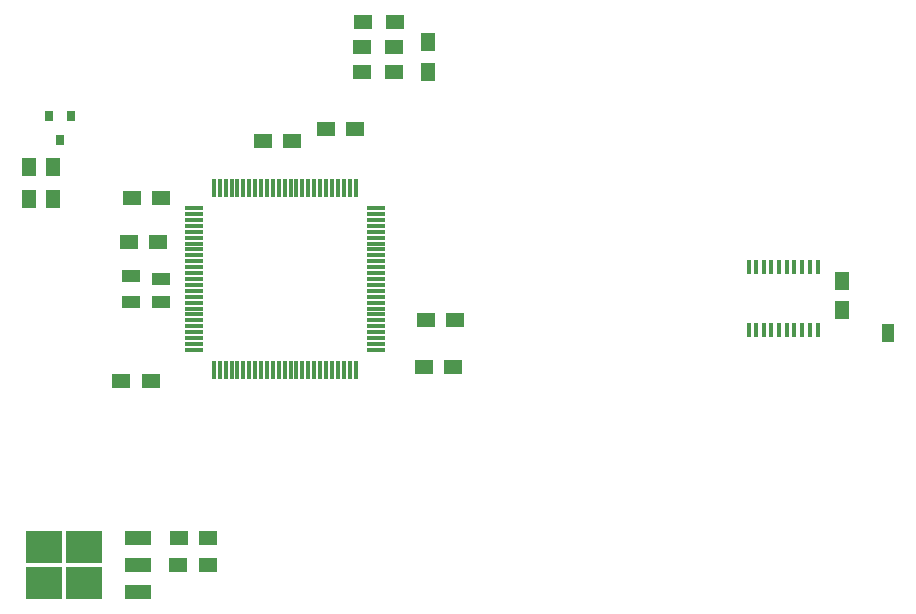
<source format=gtp>
G04 #@! TF.FileFunction,Paste,Top*
%FSLAX46Y46*%
G04 Gerber Fmt 4.6, Leading zero omitted, Abs format (unit mm)*
G04 Created by KiCad (PCBNEW 4.0.6) date 07/29/17 07:53:43*
%MOMM*%
%LPD*%
G01*
G04 APERTURE LIST*
%ADD10C,0.100000*%
%ADD11R,1.500000X0.300000*%
%ADD12R,0.300000X1.500000*%
%ADD13R,2.200000X1.200000*%
%ADD14R,3.050000X2.750000*%
%ADD15R,1.500000X1.250000*%
%ADD16R,0.800000X0.900000*%
%ADD17R,1.300000X1.500000*%
%ADD18R,0.406400X1.270000*%
%ADD19R,1.500000X1.300000*%
%ADD20R,1.250000X1.500000*%
%ADD21R,1.000000X1.500000*%
%ADD22R,1.500000X1.000000*%
G04 APERTURE END LIST*
D10*
D11*
X67597000Y-131064000D03*
X67597000Y-130564000D03*
X67597000Y-130064000D03*
X67597000Y-129564000D03*
X67597000Y-129064000D03*
X67597000Y-128564000D03*
X67597000Y-128064000D03*
X67597000Y-127564000D03*
X67597000Y-127064000D03*
X67597000Y-126564000D03*
X67597000Y-126064000D03*
X67597000Y-125564000D03*
X67597000Y-125064000D03*
X67597000Y-124564000D03*
X67597000Y-124064000D03*
X67597000Y-123564000D03*
X67597000Y-123064000D03*
X67597000Y-122564000D03*
X67597000Y-122064000D03*
X67597000Y-121564000D03*
X67597000Y-121064000D03*
X67597000Y-120564000D03*
X67597000Y-120064000D03*
X67597000Y-119564000D03*
X67597000Y-119064000D03*
D12*
X65897000Y-117364000D03*
X65397000Y-117364000D03*
X64897000Y-117364000D03*
X64397000Y-117364000D03*
X63897000Y-117364000D03*
X63397000Y-117364000D03*
X62897000Y-117364000D03*
X62397000Y-117364000D03*
X61897000Y-117364000D03*
X61397000Y-117364000D03*
X60897000Y-117364000D03*
X60397000Y-117364000D03*
X59897000Y-117364000D03*
X59397000Y-117364000D03*
X58897000Y-117364000D03*
X58397000Y-117364000D03*
X57897000Y-117364000D03*
X57397000Y-117364000D03*
X56897000Y-117364000D03*
X56397000Y-117364000D03*
X55897000Y-117364000D03*
X55397000Y-117364000D03*
X54897000Y-117364000D03*
X54397000Y-117364000D03*
X53897000Y-117364000D03*
D11*
X52197000Y-119064000D03*
X52197000Y-119564000D03*
X52197000Y-120064000D03*
X52197000Y-120564000D03*
X52197000Y-121064000D03*
X52197000Y-121564000D03*
X52197000Y-122064000D03*
X52197000Y-122564000D03*
X52197000Y-123064000D03*
X52197000Y-123564000D03*
X52197000Y-124064000D03*
X52197000Y-124564000D03*
X52197000Y-125064000D03*
X52197000Y-125564000D03*
X52197000Y-126064000D03*
X52197000Y-126564000D03*
X52197000Y-127064000D03*
X52197000Y-127564000D03*
X52197000Y-128064000D03*
X52197000Y-128564000D03*
X52197000Y-129064000D03*
X52197000Y-129564000D03*
X52197000Y-130064000D03*
X52197000Y-130564000D03*
X52197000Y-131064000D03*
D12*
X53897000Y-132764000D03*
X54397000Y-132764000D03*
X54897000Y-132764000D03*
X55397000Y-132764000D03*
X55897000Y-132764000D03*
X56397000Y-132764000D03*
X56897000Y-132764000D03*
X57397000Y-132764000D03*
X57897000Y-132764000D03*
X58397000Y-132764000D03*
X58897000Y-132764000D03*
X59397000Y-132764000D03*
X59897000Y-132764000D03*
X60397000Y-132764000D03*
X60897000Y-132764000D03*
X61397000Y-132764000D03*
X61897000Y-132764000D03*
X62397000Y-132764000D03*
X62897000Y-132764000D03*
X63397000Y-132764000D03*
X63897000Y-132764000D03*
X64397000Y-132764000D03*
X64897000Y-132764000D03*
X65397000Y-132764000D03*
X65897000Y-132764000D03*
D13*
X47498000Y-151568500D03*
X47498000Y-149288500D03*
X47498000Y-147008500D03*
D14*
X39523000Y-147763500D03*
X42873000Y-150813500D03*
X39523000Y-150813500D03*
X42873000Y-147763500D03*
D15*
X49212500Y-121920000D03*
X46712500Y-121920000D03*
X46057500Y-133687500D03*
X48557500Y-133687500D03*
D16*
X41844000Y-111268000D03*
X39944000Y-111268000D03*
X40894000Y-113268000D03*
D17*
X40322500Y-115570000D03*
X40322500Y-118270000D03*
X38290500Y-118270000D03*
X38290500Y-115570000D03*
D18*
X105016300Y-124015500D03*
X104381300Y-124015500D03*
X103720900Y-124015500D03*
X103060500Y-124015500D03*
X102425500Y-124015500D03*
X101765100Y-124015500D03*
X101104700Y-124015500D03*
X100469700Y-124015500D03*
X99809300Y-124015500D03*
X99174300Y-124015500D03*
X99174300Y-129349500D03*
X99809300Y-129349500D03*
X100469700Y-129349500D03*
X101104700Y-129349500D03*
X101765100Y-129349500D03*
X102425500Y-129349500D03*
X103060500Y-129349500D03*
X103720900Y-129349500D03*
X104381300Y-129349500D03*
X105016300Y-129349500D03*
D15*
X49466500Y-118237000D03*
X46966500Y-118237000D03*
D19*
X66484500Y-107505500D03*
X69184500Y-107505500D03*
X66484500Y-105410000D03*
X69184500Y-105410000D03*
X66515000Y-103314500D03*
X69215000Y-103314500D03*
D15*
X50927000Y-147002500D03*
X53427000Y-147002500D03*
X50903500Y-149288500D03*
X53403500Y-149288500D03*
X71858500Y-128524000D03*
X74358500Y-128524000D03*
X65873000Y-112331500D03*
X63373000Y-112331500D03*
X60539000Y-113347500D03*
X58039000Y-113347500D03*
X71668000Y-132524500D03*
X74168000Y-132524500D03*
D20*
X107124500Y-125222000D03*
X107124500Y-127722000D03*
X72009000Y-107505500D03*
X72009000Y-105005500D03*
D21*
X110998000Y-129603500D03*
D22*
X46926500Y-127000000D03*
X49403000Y-127000000D03*
X46863000Y-124777500D03*
X49403000Y-125031500D03*
M02*

</source>
